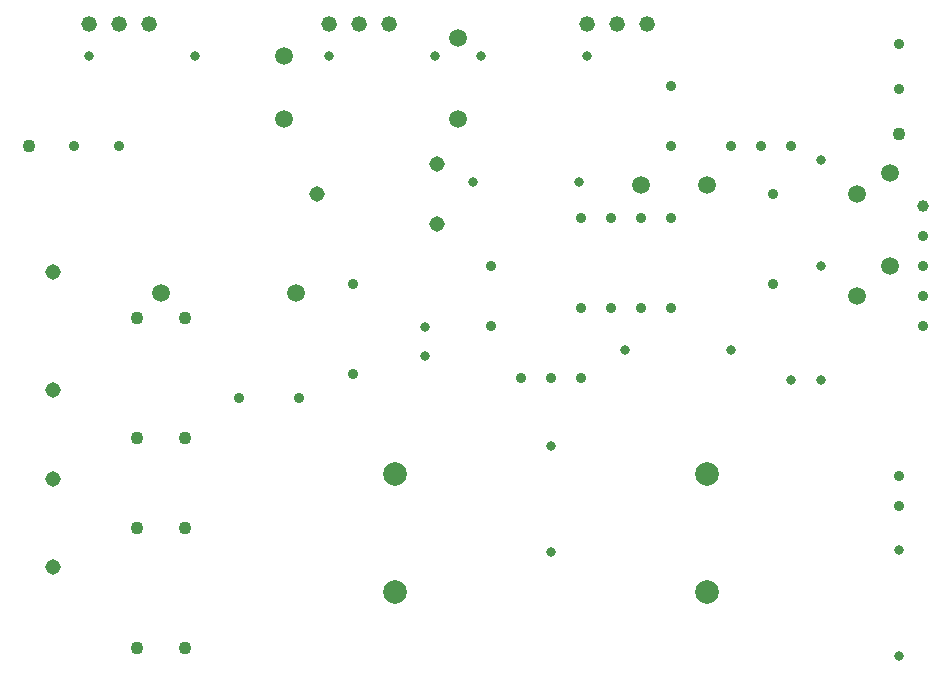
<source format=gbr>
G04 Generated by Ultiboard 14.1 *
%FSLAX34Y34*%
%MOMM*%

%ADD10C,0.0001*%
%ADD11C,1.3124*%
%ADD12C,1.1006*%
%ADD13C,2.0000*%
%ADD14C,0.8890*%
%ADD15C,0.8000*%
%ADD16C,0.9949*%
%ADD17C,1.3208*%
%ADD18C,1.5000*%


G04 ColorRGB 000000 for the following layer *
%LNDrill-Copper Top-Copper Bottom*%
%LPD*%
G54D11*
X71120Y345440D03*
X71120Y95462D03*
X71120Y245322D03*
X71120Y170392D03*
X396240Y436880D03*
X396240Y386080D03*
X294640Y411480D03*
G54D12*
X142240Y27300D03*
X142240Y128900D03*
X182880Y27300D03*
X182880Y128900D03*
X142240Y306700D03*
X142240Y205100D03*
X182880Y306700D03*
X182880Y205100D03*
X50800Y452120D03*
X787400Y462280D03*
G54D13*
X360680Y74620D03*
X360680Y174620D03*
X624840Y74620D03*
X624840Y174620D03*
G54D14*
X279400Y238760D03*
X228600Y238760D03*
X492760Y255900D03*
X467360Y255900D03*
X518160Y255900D03*
X325120Y335280D03*
X325120Y259080D03*
X441960Y299720D03*
X441960Y350520D03*
X518160Y391160D03*
X543560Y314960D03*
X594360Y314960D03*
X568960Y314960D03*
X594360Y391160D03*
X543560Y391160D03*
X568960Y391160D03*
X518160Y314960D03*
X807720Y299720D03*
X807720Y375920D03*
X807720Y350520D03*
X807720Y325120D03*
X680720Y335280D03*
X680720Y411480D03*
X88900Y452120D03*
X127000Y452120D03*
X787400Y500380D03*
X787400Y538480D03*
X787400Y147320D03*
X787400Y172720D03*
X594360Y452120D03*
X594360Y502920D03*
X645160Y452120D03*
X695960Y452120D03*
X670560Y452120D03*
G54D15*
X386080Y299320D03*
X386080Y274320D03*
X555160Y279400D03*
X645160Y279300D03*
X516720Y421640D03*
X426720Y421740D03*
X695960Y254000D03*
X720960Y254000D03*
X721360Y440520D03*
X721260Y350520D03*
X433240Y528320D03*
X523240Y528220D03*
X394800Y528320D03*
X304800Y528420D03*
X191600Y528320D03*
X101600Y528420D03*
X787400Y110320D03*
X787300Y20320D03*
X492760Y108120D03*
X492860Y198120D03*
G54D16*
X807720Y401320D03*
G54D17*
X152131Y555889D03*
X126731Y555889D03*
X101331Y555889D03*
X355600Y555889D03*
X330200Y555889D03*
X304800Y555889D03*
X574040Y555889D03*
X548640Y555889D03*
X523240Y555889D03*
G54D18*
X779780Y350520D03*
X779780Y429260D03*
X751840Y411480D03*
X751840Y325120D03*
X162560Y327660D03*
X276860Y327660D03*
X568960Y419100D03*
X624840Y419100D03*
X414020Y543560D03*
X414020Y474980D03*
X266700Y474980D03*
X266700Y528320D03*

M02*

</source>
